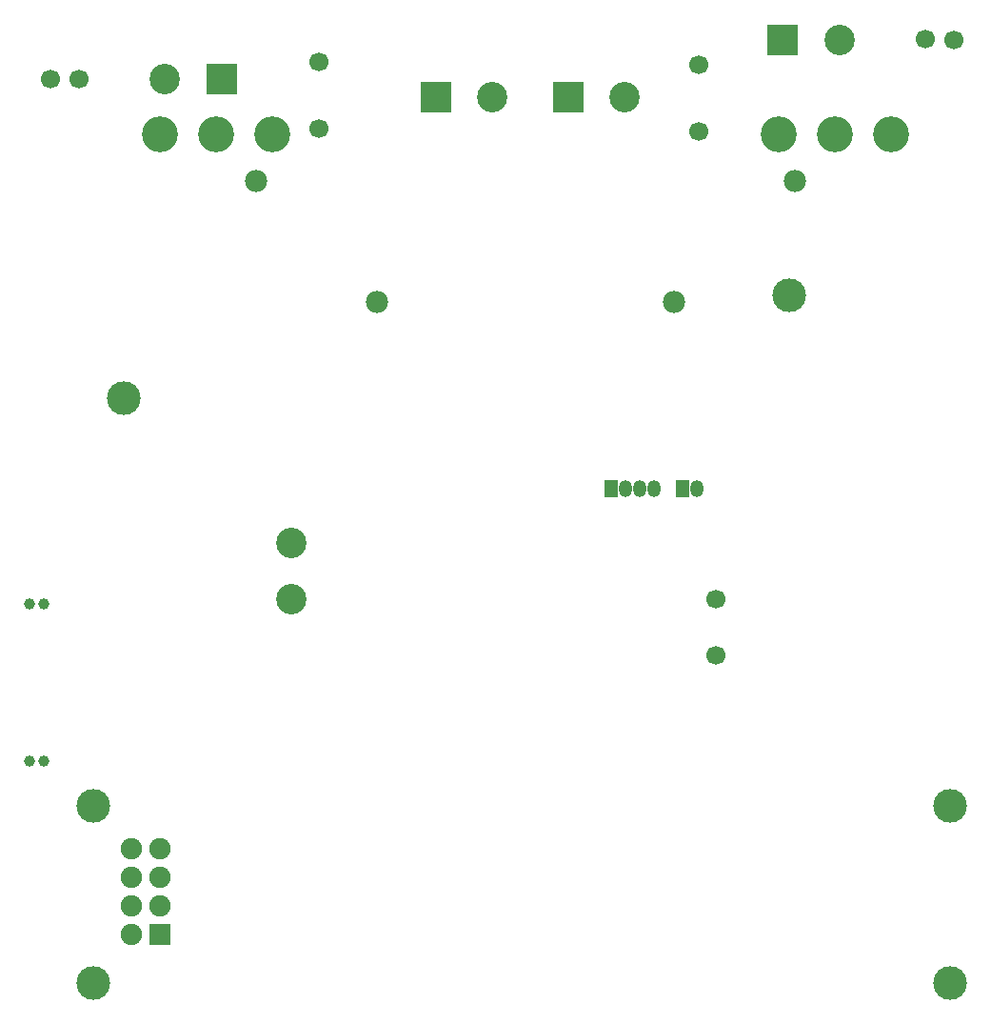
<source format=gbs>
G04 DipTrace 2.4.0.2*
%INBottomMask.gbs*%
%MOMM*%
%ADD17C,1.0*%
%ADD42R,1.9X1.9*%
%ADD51C,1.7*%
%ADD54C,3.0*%
%ADD63C,1.9*%
%ADD87O,1.2X1.5*%
%ADD89R,1.2X1.5*%
%ADD93C,1.978*%
%ADD95C,1.978*%
%ADD106C,3.2*%
%ADD109C,2.7*%
%ADD111R,2.7X2.7*%
%FSLAX53Y53*%
G04*
G71*
G90*
G75*
G01*
%LNBotMask*%
%LPD*%
D111*
X29012Y94294D3*
D109*
X23932D3*
D51*
X16312Y94243D3*
X13772Y94294D3*
D111*
X78860Y97786D3*
D109*
X83940D3*
D51*
X91560Y97837D3*
X94100Y97786D3*
D109*
X35200Y48040D3*
Y53090D3*
D51*
X72900Y43040D3*
Y48040D3*
D106*
X23456Y89373D3*
X28456D3*
X33456D3*
X78543D3*
X83543D3*
X88543D3*
D111*
X48000Y92640D3*
D109*
X53000D3*
D111*
X59810Y92706D3*
D109*
X64810D3*
D51*
X37600Y89840D3*
Y95780D3*
X71400Y89640D3*
Y95580D3*
D95*
X42800Y74440D3*
D93*
X32024Y85216D3*
D95*
X69200Y74440D3*
D93*
X79976Y85216D3*
D89*
X63600Y57840D3*
D87*
X64870D3*
X66140D3*
X67410D3*
D89*
X70000D3*
D87*
X71270D3*
D42*
X23453Y18247D3*
D63*
X20913D3*
X23453Y20787D3*
X20913D3*
X23453Y23327D3*
X20913D3*
X23453Y25867D3*
X20913D3*
D17*
X11863Y47619D3*
Y33647D3*
X13133Y47619D3*
Y33647D3*
D54*
X93786Y29678D3*
Y13960D3*
X20281Y65878D3*
X79495Y75085D3*
X17578Y29678D3*
Y13960D3*
M02*

</source>
